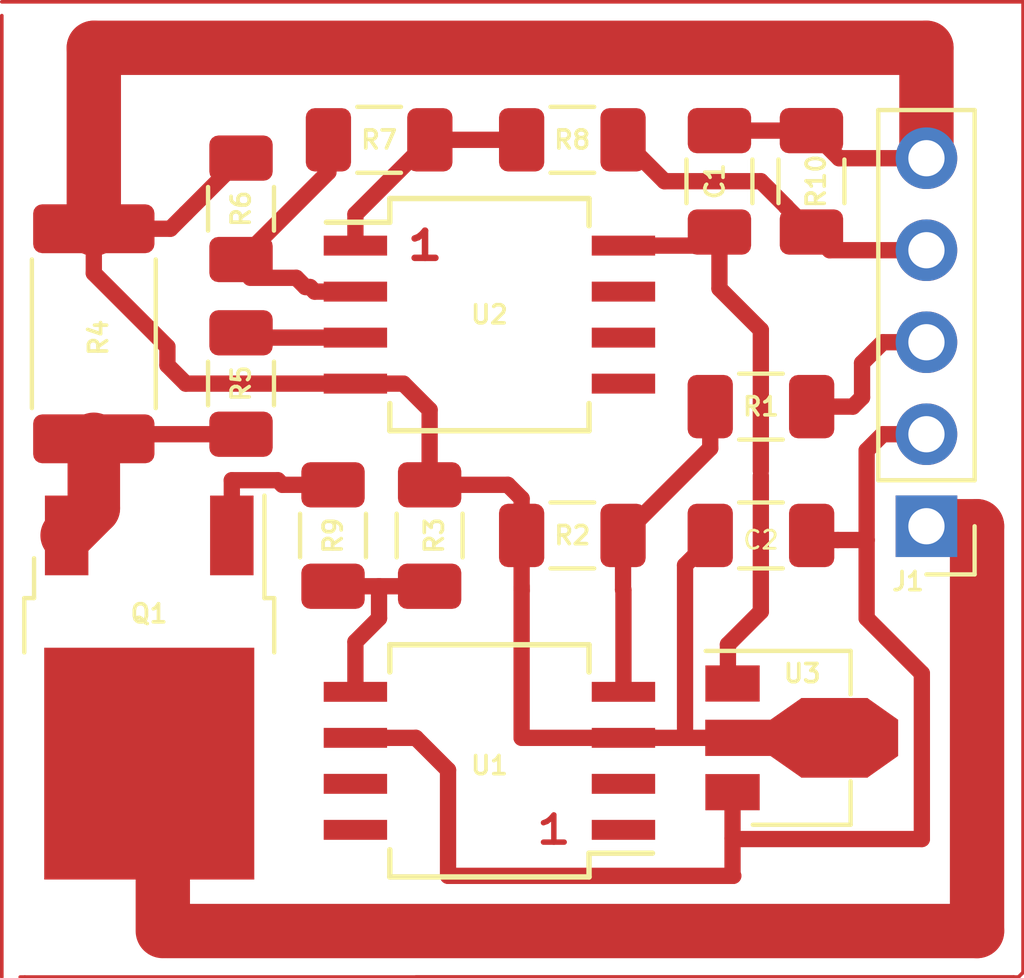
<source format=kicad_pcb>
(kicad_pcb (version 20171130) (host pcbnew 5.1.5+dfsg1-2)

  (general
    (thickness 1.6)
    (drawings 2)
    (tracks 118)
    (zones 0)
    (modules 17)
    (nets 18)
  )

  (page A4)
  (layers
    (0 F.Cu signal)
    (31 B.Cu signal)
    (32 B.Adhes user)
    (33 F.Adhes user)
    (34 B.Paste user)
    (35 F.Paste user)
    (36 B.SilkS user hide)
    (37 F.SilkS user)
    (38 B.Mask user hide)
    (39 F.Mask user hide)
    (40 Dwgs.User user hide)
    (41 Cmts.User user hide)
    (42 Eco1.User user hide)
    (43 Eco2.User user hide)
    (44 Edge.Cuts user hide)
    (45 Margin user hide)
    (46 B.CrtYd user hide)
    (47 F.CrtYd user)
    (48 B.Fab user)
    (49 F.Fab user hide)
  )

  (setup
    (last_trace_width 0.45)
    (trace_clearance 0.2)
    (zone_clearance 0.508)
    (zone_45_only no)
    (trace_min 0.2)
    (via_size 0.8)
    (via_drill 0.4)
    (via_min_size 0.4)
    (via_min_drill 0.3)
    (uvia_size 0.3)
    (uvia_drill 0.1)
    (uvias_allowed no)
    (uvia_min_size 0.2)
    (uvia_min_drill 0.1)
    (edge_width 0.1)
    (segment_width 0.2)
    (pcb_text_width 0.3)
    (pcb_text_size 1.5 1.5)
    (mod_edge_width 0.15)
    (mod_text_size 1 1)
    (mod_text_width 0.15)
    (pad_size 1.5 1.5)
    (pad_drill 0.6)
    (pad_to_mask_clearance 0)
    (solder_mask_min_width 0.25)
    (aux_axis_origin 0 0)
    (visible_elements FFFFFF7F)
    (pcbplotparams
      (layerselection 0x010fc_ffffffff)
      (usegerberextensions false)
      (usegerberattributes false)
      (usegerberadvancedattributes false)
      (creategerberjobfile false)
      (excludeedgelayer true)
      (linewidth 0.100000)
      (plotframeref false)
      (viasonmask false)
      (mode 1)
      (useauxorigin false)
      (hpglpennumber 1)
      (hpglpenspeed 20)
      (hpglpendiameter 15.000000)
      (psnegative false)
      (psa4output false)
      (plotreference true)
      (plotvalue true)
      (plotinvisibletext false)
      (padsonsilk false)
      (subtractmaskfromsilk false)
      (outputformat 1)
      (mirror false)
      (drillshape 1)
      (scaleselection 1)
      (outputdirectory ""))
  )

  (net 0 "")
  (net 1 "Net-(R1-Pad2)")
  (net 2 "Net-(J1-Pad1)")
  (net 3 "Net-(C1-Pad2)")
  (net 4 "Net-(Q1-Pad1)")
  (net 5 "Net-(Q1-Pad3)")
  (net 6 "Net-(R5-Pad1)")
  (net 7 "Net-(R6-Pad1)")
  (net 8 "Net-(C1-Pad1)")
  (net 9 "Net-(J1-Pad3)")
  (net 10 "Net-(U1-Pad1)")
  (net 11 "Net-(U1-Pad8)")
  (net 12 "Net-(R3-Pad1)")
  (net 13 "Net-(U1-Pad2)")
  (net 14 "Net-(U1-Pad7)")
  (net 15 "Net-(R7-Pad1)")
  (net 16 "Net-(J1-Pad4)")
  (net 17 "Net-(C2-Pad1)")

  (net_class Default "Это класс цепей по умолчанию."
    (clearance 0.2)
    (trace_width 0.45)
    (via_dia 0.8)
    (via_drill 0.4)
    (uvia_dia 0.3)
    (uvia_drill 0.1)
    (add_net "Net-(C1-Pad1)")
    (add_net "Net-(C1-Pad2)")
    (add_net "Net-(C2-Pad1)")
    (add_net "Net-(J1-Pad1)")
    (add_net "Net-(J1-Pad3)")
    (add_net "Net-(J1-Pad4)")
    (add_net "Net-(Q1-Pad1)")
    (add_net "Net-(Q1-Pad3)")
    (add_net "Net-(R1-Pad2)")
    (add_net "Net-(R3-Pad1)")
    (add_net "Net-(R5-Pad1)")
    (add_net "Net-(R6-Pad1)")
    (add_net "Net-(R7-Pad1)")
    (add_net "Net-(U1-Pad1)")
    (add_net "Net-(U1-Pad2)")
    (add_net "Net-(U1-Pad7)")
    (add_net "Net-(U1-Pad8)")
  )

  (module Package_SO:SO-8_5.3x6.2mm_P1.27mm (layer F.Cu) (tedit 5A02F2D3) (tstamp 5E26E018)
    (at 187.452 99.822)
    (descr "8-Lead Plastic Small Outline, 5.3x6.2mm Body (http://www.ti.com.cn/cn/lit/ds/symlink/tl7705a.pdf)")
    (tags "SOIC 1.27")
    (path /5E218E12)
    (attr smd)
    (fp_text reference U2 (at 0 0) (layer F.SilkS)
      (effects (font (size 0.5 0.5) (thickness 0.1)))
    )
    (fp_text value MCP602 (at 0 5.334) (layer F.Fab)
      (effects (font (size 0.5 0.5) (thickness 0.1)))
    )
    (fp_line (start -2.75 -2.55) (end -4.5 -2.55) (layer F.SilkS) (width 0.15))
    (fp_line (start -2.75 3.205) (end 2.75 3.205) (layer F.SilkS) (width 0.15))
    (fp_line (start -2.75 -3.205) (end 2.75 -3.205) (layer F.SilkS) (width 0.15))
    (fp_line (start -2.75 3.205) (end -2.75 2.455) (layer F.SilkS) (width 0.15))
    (fp_line (start 2.75 3.205) (end 2.75 2.455) (layer F.SilkS) (width 0.15))
    (fp_line (start 2.75 -3.205) (end 2.75 -2.455) (layer F.SilkS) (width 0.15))
    (fp_line (start -2.75 -3.205) (end -2.75 -2.55) (layer F.SilkS) (width 0.15))
    (fp_line (start -4.83 3.35) (end 4.83 3.35) (layer F.CrtYd) (width 0.05))
    (fp_line (start -4.83 -3.35) (end 4.83 -3.35) (layer F.CrtYd) (width 0.05))
    (fp_line (start 4.83 -3.35) (end 4.83 3.35) (layer F.CrtYd) (width 0.05))
    (fp_line (start -4.83 -3.35) (end -4.83 3.35) (layer F.CrtYd) (width 0.05))
    (fp_line (start -2.65 -2.1) (end -1.65 -3.1) (layer F.Fab) (width 0.15))
    (fp_line (start -2.65 3.1) (end -2.65 -2.1) (layer F.Fab) (width 0.15))
    (fp_line (start 2.65 3.1) (end -2.65 3.1) (layer F.Fab) (width 0.15))
    (fp_line (start 2.65 -3.1) (end 2.65 3.1) (layer F.Fab) (width 0.15))
    (fp_line (start -1.65 -3.1) (end 2.65 -3.1) (layer F.Fab) (width 0.15))
    (fp_text user %R (at 0 0) (layer F.Fab)
      (effects (font (size 0.5 0.5) (thickness 0.1)))
    )
    (pad 8 smd rect (at 3.7 -1.905) (size 1.75 0.55) (layers F.Cu F.Paste F.Mask)
      (net 8 "Net-(C1-Pad1)"))
    (pad 7 smd rect (at 3.7 -0.635) (size 1.75 0.55) (layers F.Cu F.Paste F.Mask))
    (pad 6 smd rect (at 3.7 0.635) (size 1.75 0.55) (layers F.Cu F.Paste F.Mask))
    (pad 5 smd rect (at 3.7 1.905) (size 1.75 0.55) (layers F.Cu F.Paste F.Mask))
    (pad 4 smd rect (at -3.7 1.905) (size 1.75 0.55) (layers F.Cu F.Paste F.Mask)
      (net 3 "Net-(C1-Pad2)"))
    (pad 3 smd rect (at -3.7 0.635) (size 1.75 0.55) (layers F.Cu F.Paste F.Mask)
      (net 6 "Net-(R5-Pad1)"))
    (pad 2 smd rect (at -3.7 -0.635) (size 1.75 0.55) (layers F.Cu F.Paste F.Mask)
      (net 7 "Net-(R6-Pad1)"))
    (pad 1 smd rect (at -3.7 -1.905) (size 1.75 0.55) (layers F.Cu F.Paste F.Mask)
      (net 15 "Net-(R7-Pad1)"))
    (model ${KISYS3DMOD}/Package_SO.3dshapes/SO-8_5.3x6.2mm_P1.27mm.wrl
      (at (xyz 0 0 0))
      (scale (xyz 1 1 1))
      (rotate (xyz 0 0 0))
    )
  )

  (module Resistor_SMD:R_1206_3216Metric (layer F.Cu) (tedit 5B301BBD) (tstamp 5E20306F)
    (at 196.342 96.142 270)
    (descr "Resistor SMD 1206 (3216 Metric), square (rectangular) end terminal, IPC_7351 nominal, (Body size source: http://www.tortai-tech.com/upload/download/2011102023233369053.pdf), generated with kicad-footprint-generator")
    (tags resistor)
    (path /5E207BE5)
    (attr smd)
    (fp_text reference R10 (at 0 -0.127 270) (layer F.SilkS)
      (effects (font (size 0.5 0.5) (thickness 0.1)))
    )
    (fp_text value R (at 0 1.82 270) (layer F.Fab)
      (effects (font (size 0.5 0.5) (thickness 0.1)))
    )
    (fp_line (start -1.6 0.8) (end -1.6 -0.8) (layer F.Fab) (width 0.1))
    (fp_line (start -1.6 -0.8) (end 1.6 -0.8) (layer F.Fab) (width 0.1))
    (fp_line (start 1.6 -0.8) (end 1.6 0.8) (layer F.Fab) (width 0.1))
    (fp_line (start 1.6 0.8) (end -1.6 0.8) (layer F.Fab) (width 0.1))
    (fp_line (start -0.602064 -0.91) (end 0.602064 -0.91) (layer F.SilkS) (width 0.12))
    (fp_line (start -0.602064 0.91) (end 0.602064 0.91) (layer F.SilkS) (width 0.12))
    (fp_line (start -2.28 1.12) (end -2.28 -1.12) (layer F.CrtYd) (width 0.05))
    (fp_line (start -2.28 -1.12) (end 2.28 -1.12) (layer F.CrtYd) (width 0.05))
    (fp_line (start 2.28 -1.12) (end 2.28 1.12) (layer F.CrtYd) (width 0.05))
    (fp_line (start 2.28 1.12) (end -2.28 1.12) (layer F.CrtYd) (width 0.05))
    (fp_text user %R (at 0 0 270) (layer F.Fab)
      (effects (font (size 0.8 0.8) (thickness 0.12)))
    )
    (pad 1 smd roundrect (at -1.4 0 270) (size 1.25 1.75) (layers F.Cu F.Paste F.Mask) (roundrect_rratio 0.2)
      (net 3 "Net-(C1-Pad2)"))
    (pad 2 smd roundrect (at 1.4 0 270) (size 1.25 1.75) (layers F.Cu F.Paste F.Mask) (roundrect_rratio 0.2)
      (net 16 "Net-(J1-Pad4)"))
    (model ${KISYS3DMOD}/Resistor_SMD.3dshapes/R_1206_3216Metric.wrl
      (at (xyz 0 0 0))
      (scale (xyz 1 1 1))
      (rotate (xyz 0 0 0))
    )
  )

  (module Package_SO:SO-8_5.3x6.2mm_P1.27mm (layer F.Cu) (tedit 5A02F2D3) (tstamp 5E273593)
    (at 187.452 112.141 180)
    (descr "8-Lead Plastic Small Outline, 5.3x6.2mm Body (http://www.ti.com.cn/cn/lit/ds/symlink/tl7705a.pdf)")
    (tags "SOIC 1.27")
    (path /5E25793B)
    (attr smd)
    (fp_text reference U1 (at 0 -0.127 180) (layer F.SilkS)
      (effects (font (size 0.5 0.5) (thickness 0.1)))
    )
    (fp_text value IR4427 (at 0 4.13 180) (layer F.Fab)
      (effects (font (size 0.5 0.5) (thickness 0.1)))
    )
    (fp_text user %R (at 0 0 180) (layer F.Fab)
      (effects (font (size 0.5 0.5) (thickness 0.1)))
    )
    (fp_line (start -1.65 -3.1) (end 2.65 -3.1) (layer F.Fab) (width 0.15))
    (fp_line (start 2.65 -3.1) (end 2.65 3.1) (layer F.Fab) (width 0.15))
    (fp_line (start 2.65 3.1) (end -2.65 3.1) (layer F.Fab) (width 0.15))
    (fp_line (start -2.65 3.1) (end -2.65 -2.1) (layer F.Fab) (width 0.15))
    (fp_line (start -2.65 -2.1) (end -1.65 -3.1) (layer F.Fab) (width 0.15))
    (fp_line (start -4.83 -3.35) (end -4.83 3.35) (layer F.CrtYd) (width 0.05))
    (fp_line (start 4.83 -3.35) (end 4.83 3.35) (layer F.CrtYd) (width 0.05))
    (fp_line (start -4.83 -3.35) (end 4.83 -3.35) (layer F.CrtYd) (width 0.05))
    (fp_line (start -4.83 3.35) (end 4.83 3.35) (layer F.CrtYd) (width 0.05))
    (fp_line (start -2.75 -3.205) (end -2.75 -2.55) (layer F.SilkS) (width 0.15))
    (fp_line (start 2.75 -3.205) (end 2.75 -2.455) (layer F.SilkS) (width 0.15))
    (fp_line (start 2.75 3.205) (end 2.75 2.455) (layer F.SilkS) (width 0.15))
    (fp_line (start -2.75 3.205) (end -2.75 2.455) (layer F.SilkS) (width 0.15))
    (fp_line (start -2.75 -3.205) (end 2.75 -3.205) (layer F.SilkS) (width 0.15))
    (fp_line (start -2.75 3.205) (end 2.75 3.205) (layer F.SilkS) (width 0.15))
    (fp_line (start -2.75 -2.55) (end -4.5 -2.55) (layer F.SilkS) (width 0.15))
    (pad 1 smd rect (at -3.7 -1.905 180) (size 1.75 0.55) (layers F.Cu F.Paste F.Mask)
      (net 10 "Net-(U1-Pad1)"))
    (pad 2 smd rect (at -3.7 -0.635 180) (size 1.75 0.55) (layers F.Cu F.Paste F.Mask)
      (net 13 "Net-(U1-Pad2)"))
    (pad 3 smd rect (at -3.7 0.635 180) (size 1.75 0.55) (layers F.Cu F.Paste F.Mask)
      (net 3 "Net-(C1-Pad2)"))
    (pad 4 smd rect (at -3.7 1.905 180) (size 1.75 0.55) (layers F.Cu F.Paste F.Mask)
      (net 1 "Net-(R1-Pad2)"))
    (pad 5 smd rect (at 3.7 1.905 180) (size 1.75 0.55) (layers F.Cu F.Paste F.Mask)
      (net 12 "Net-(R3-Pad1)"))
    (pad 6 smd rect (at 3.7 0.635 180) (size 1.75 0.55) (layers F.Cu F.Paste F.Mask)
      (net 17 "Net-(C2-Pad1)"))
    (pad 7 smd rect (at 3.7 -0.635 180) (size 1.75 0.55) (layers F.Cu F.Paste F.Mask)
      (net 14 "Net-(U1-Pad7)"))
    (pad 8 smd rect (at 3.7 -1.905 180) (size 1.75 0.55) (layers F.Cu F.Paste F.Mask)
      (net 11 "Net-(U1-Pad8)"))
    (model ${KISYS3DMOD}/Package_SO.3dshapes/SO-8_5.3x6.2mm_P1.27mm.wrl
      (at (xyz 0 0 0))
      (scale (xyz 1 1 1))
      (rotate (xyz 0 0 0))
    )
  )

  (module Package_TO_SOT_SMD:TO-252-2 (layer F.Cu) (tedit 5A70A390) (tstamp 5E270BBB)
    (at 178.06 110.118 270)
    (descr "TO-252 / DPAK SMD package, http://www.infineon.com/cms/en/product/packages/PG-TO252/PG-TO252-3-1/")
    (tags "DPAK TO-252 DPAK-3 TO-252-3 SOT-428")
    (path /5E1FFB74)
    (attr smd)
    (fp_text reference Q1 (at -2.041 0.006) (layer F.SilkS)
      (effects (font (size 0.5 0.5) (thickness 0.1)))
    )
    (fp_text value Q_NMOS_GDS (at 0 4.5 270) (layer F.Fab)
      (effects (font (size 0.5 0.5) (thickness 0.1)))
    )
    (fp_line (start 3.95 -2.7) (end 4.95 -2.7) (layer F.Fab) (width 0.1))
    (fp_line (start 4.95 -2.7) (end 4.95 2.7) (layer F.Fab) (width 0.1))
    (fp_line (start 4.95 2.7) (end 3.95 2.7) (layer F.Fab) (width 0.1))
    (fp_line (start 3.95 -3.25) (end 3.95 3.25) (layer F.Fab) (width 0.1))
    (fp_line (start 3.95 3.25) (end -2.27 3.25) (layer F.Fab) (width 0.1))
    (fp_line (start -2.27 3.25) (end -2.27 -2.25) (layer F.Fab) (width 0.1))
    (fp_line (start -2.27 -2.25) (end -1.27 -3.25) (layer F.Fab) (width 0.1))
    (fp_line (start -1.27 -3.25) (end 3.95 -3.25) (layer F.Fab) (width 0.1))
    (fp_line (start -1.865 -2.655) (end -4.97 -2.655) (layer F.Fab) (width 0.1))
    (fp_line (start -4.97 -2.655) (end -4.97 -1.905) (layer F.Fab) (width 0.1))
    (fp_line (start -4.97 -1.905) (end -2.27 -1.905) (layer F.Fab) (width 0.1))
    (fp_line (start -2.27 1.905) (end -4.97 1.905) (layer F.Fab) (width 0.1))
    (fp_line (start -4.97 1.905) (end -4.97 2.655) (layer F.Fab) (width 0.1))
    (fp_line (start -4.97 2.655) (end -2.27 2.655) (layer F.Fab) (width 0.1))
    (fp_line (start -0.97 -3.45) (end -2.47 -3.45) (layer F.SilkS) (width 0.12))
    (fp_line (start -2.47 -3.45) (end -2.47 -3.18) (layer F.SilkS) (width 0.12))
    (fp_line (start -2.47 -3.18) (end -5.3 -3.18) (layer F.SilkS) (width 0.12))
    (fp_line (start -0.97 3.45) (end -2.47 3.45) (layer F.SilkS) (width 0.12))
    (fp_line (start -2.47 3.45) (end -2.47 3.18) (layer F.SilkS) (width 0.12))
    (fp_line (start -2.47 3.18) (end -3.57 3.18) (layer F.SilkS) (width 0.12))
    (fp_line (start -5.55 -3.5) (end -5.55 3.5) (layer F.CrtYd) (width 0.05))
    (fp_line (start -5.55 3.5) (end 5.55 3.5) (layer F.CrtYd) (width 0.05))
    (fp_line (start 5.55 3.5) (end 5.55 -3.5) (layer F.CrtYd) (width 0.05))
    (fp_line (start 5.55 -3.5) (end -5.55 -3.5) (layer F.CrtYd) (width 0.05))
    (fp_text user %R (at 0 0 270) (layer F.Fab)
      (effects (font (size 0.5 0.5) (thickness 0.1)))
    )
    (pad 1 smd rect (at -4.2 -2.28 270) (size 2.2 1.2) (layers F.Cu F.Paste F.Mask)
      (net 4 "Net-(Q1-Pad1)"))
    (pad 3 smd rect (at -4.2 2.28 270) (size 2.2 1.2) (layers F.Cu F.Paste F.Mask)
      (net 5 "Net-(Q1-Pad3)"))
    (pad 2 smd rect (at 2.1 0 270) (size 6.4 5.8) (layers F.Cu F.Mask)
      (net 2 "Net-(J1-Pad1)"))
    (pad "" smd rect (at 3.775 1.525 270) (size 3.05 2.75) (layers F.Paste))
    (pad "" smd rect (at 0.425 -1.525 270) (size 3.05 2.75) (layers F.Paste))
    (pad "" smd rect (at 3.775 -1.525 270) (size 3.05 2.75) (layers F.Paste))
    (pad "" smd rect (at 0.425 1.525 270) (size 3.05 2.75) (layers F.Paste))
    (model ${KISYS3DMOD}/Package_TO_SOT_SMD.3dshapes/TO-252-2.wrl
      (at (xyz 0 0 0))
      (scale (xyz 1 1 1))
      (rotate (xyz 0 0 0))
    )
  )

  (module Resistor_SMD:R_1206_3216Metric (layer F.Cu) (tedit 5B301BBD) (tstamp 5E26DFAB)
    (at 180.594 96.901 90)
    (descr "Resistor SMD 1206 (3216 Metric), square (rectangular) end terminal, IPC_7351 nominal, (Body size source: http://www.tortai-tech.com/upload/download/2011102023233369053.pdf), generated with kicad-footprint-generator")
    (tags resistor)
    (path /5E1FDE00)
    (attr smd)
    (fp_text reference R6 (at 0 0 90) (layer F.SilkS)
      (effects (font (size 0.5 0.5) (thickness 0.1)))
    )
    (fp_text value R (at 0.384 0 90) (layer F.Fab)
      (effects (font (size 0.5 0.5) (thickness 0.1)))
    )
    (fp_line (start -1.6 0.8) (end -1.6 -0.8) (layer F.Fab) (width 0.1))
    (fp_line (start -1.6 -0.8) (end 1.6 -0.8) (layer F.Fab) (width 0.1))
    (fp_line (start 1.6 -0.8) (end 1.6 0.8) (layer F.Fab) (width 0.1))
    (fp_line (start 1.6 0.8) (end -1.6 0.8) (layer F.Fab) (width 0.1))
    (fp_line (start -0.602064 -0.91) (end 0.602064 -0.91) (layer F.SilkS) (width 0.12))
    (fp_line (start -0.602064 0.91) (end 0.602064 0.91) (layer F.SilkS) (width 0.12))
    (fp_line (start -2.28 1.12) (end -2.28 -1.12) (layer F.CrtYd) (width 0.05))
    (fp_line (start -2.28 -1.12) (end 2.28 -1.12) (layer F.CrtYd) (width 0.05))
    (fp_line (start 2.28 -1.12) (end 2.28 1.12) (layer F.CrtYd) (width 0.05))
    (fp_line (start 2.28 1.12) (end -2.28 1.12) (layer F.CrtYd) (width 0.05))
    (fp_text user %R (at 0 0 90) (layer F.Fab)
      (effects (font (size 0.8 0.8) (thickness 0.12)))
    )
    (pad 1 smd roundrect (at -1.4 0 90) (size 1.25 1.75) (layers F.Cu F.Paste F.Mask) (roundrect_rratio 0.2)
      (net 7 "Net-(R6-Pad1)"))
    (pad 2 smd roundrect (at 1.4 0 90) (size 1.25 1.75) (layers F.Cu F.Paste F.Mask) (roundrect_rratio 0.2)
      (net 3 "Net-(C1-Pad2)"))
    (model ${KISYS3DMOD}/Resistor_SMD.3dshapes/R_1206_3216Metric.wrl
      (at (xyz 0 0 0))
      (scale (xyz 1 1 1))
      (rotate (xyz 0 0 0))
    )
  )

  (module Resistor_SMD:R_1206_3216Metric (layer F.Cu) (tedit 5E1FA4B3) (tstamp 5E26DFBC)
    (at 184.407 94.996 180)
    (descr "Resistor SMD 1206 (3216 Metric), square (rectangular) end terminal, IPC_7351 nominal, (Body size source: http://www.tortai-tech.com/upload/download/2011102023233369053.pdf), generated with kicad-footprint-generator")
    (tags resistor)
    (path /5E1FDD95)
    (attr smd)
    (fp_text reference R7 (at 0 0 180) (layer F.SilkS)
      (effects (font (size 0.5 0.5) (thickness 0.1)))
    )
    (fp_text value R (at 0 1.82 180) (layer F.Fab)
      (effects (font (size 0.5 0.5) (thickness 0.1)))
    )
    (fp_line (start -1.6 0.8) (end -1.6 -0.8) (layer F.Fab) (width 0.1))
    (fp_line (start -1.6 -0.8) (end 1.6 -0.8) (layer F.Fab) (width 0.1))
    (fp_line (start 1.6 -0.8) (end 1.6 0.8) (layer F.Fab) (width 0.1))
    (fp_line (start 1.6 0.8) (end -1.6 0.8) (layer F.Fab) (width 0.1))
    (fp_line (start -0.602064 -0.91) (end 0.602064 -0.91) (layer F.SilkS) (width 0.12))
    (fp_line (start -0.602064 0.91) (end 0.602064 0.91) (layer F.SilkS) (width 0.12))
    (fp_line (start -2.28 1.12) (end -2.28 -1.12) (layer F.CrtYd) (width 0.05))
    (fp_line (start -2.28 -1.12) (end 2.28 -1.12) (layer F.CrtYd) (width 0.05))
    (fp_line (start 2.28 -1.12) (end 2.28 1.12) (layer F.CrtYd) (width 0.05))
    (fp_line (start 2.28 1.12) (end -2.28 1.12) (layer F.CrtYd) (width 0.05))
    (fp_text user %R (at 0 0 180) (layer F.Fab)
      (effects (font (size 0.8 0.8) (thickness 0.12)))
    )
    (pad 1 smd roundrect (at -1.4 0 180) (size 1.25 1.75) (layers F.Cu F.Paste F.Mask) (roundrect_rratio 0.2)
      (net 15 "Net-(R7-Pad1)"))
    (pad 2 smd roundrect (at 1.4 0 180) (size 1.25 1.75) (layers F.Cu F.Paste F.Mask) (roundrect_rratio 0.2)
      (net 7 "Net-(R6-Pad1)"))
    (model ${KISYS3DMOD}/Resistor_SMD.3dshapes/R_1206_3216Metric.wrl
      (at (xyz 0 0 0))
      (scale (xyz 1 1 1))
      (rotate (xyz 0 0 0))
    )
  )

  (module Resistor_SMD:R_1206_3216Metric (layer F.Cu) (tedit 5B301BBD) (tstamp 5E26F993)
    (at 180.594 101.724 270)
    (descr "Resistor SMD 1206 (3216 Metric), square (rectangular) end terminal, IPC_7351 nominal, (Body size source: http://www.tortai-tech.com/upload/download/2011102023233369053.pdf), generated with kicad-footprint-generator")
    (tags resistor)
    (path /5E1FDD2E)
    (attr smd)
    (fp_text reference R5 (at 0 0 270) (layer F.SilkS)
      (effects (font (size 0.5 0.5) (thickness 0.1)))
    )
    (fp_text value R (at 0 1.82 270) (layer F.Fab)
      (effects (font (size 0.5 0.5) (thickness 0.1)))
    )
    (fp_line (start -1.6 0.8) (end -1.6 -0.8) (layer F.Fab) (width 0.1))
    (fp_line (start -1.6 -0.8) (end 1.6 -0.8) (layer F.Fab) (width 0.1))
    (fp_line (start 1.6 -0.8) (end 1.6 0.8) (layer F.Fab) (width 0.1))
    (fp_line (start 1.6 0.8) (end -1.6 0.8) (layer F.Fab) (width 0.1))
    (fp_line (start -0.602064 -0.91) (end 0.602064 -0.91) (layer F.SilkS) (width 0.12))
    (fp_line (start -0.602064 0.91) (end 0.602064 0.91) (layer F.SilkS) (width 0.12))
    (fp_line (start -2.28 1.12) (end -2.28 -1.12) (layer F.CrtYd) (width 0.05))
    (fp_line (start -2.28 -1.12) (end 2.28 -1.12) (layer F.CrtYd) (width 0.05))
    (fp_line (start 2.28 -1.12) (end 2.28 1.12) (layer F.CrtYd) (width 0.05))
    (fp_line (start 2.28 1.12) (end -2.28 1.12) (layer F.CrtYd) (width 0.05))
    (fp_text user %R (at 0 0 270) (layer F.Fab)
      (effects (font (size 0.8 0.8) (thickness 0.12)))
    )
    (pad 1 smd roundrect (at -1.4 0 270) (size 1.25 1.75) (layers F.Cu F.Paste F.Mask) (roundrect_rratio 0.2)
      (net 6 "Net-(R5-Pad1)"))
    (pad 2 smd roundrect (at 1.4 0 270) (size 1.25 1.75) (layers F.Cu F.Paste F.Mask) (roundrect_rratio 0.2)
      (net 5 "Net-(Q1-Pad3)"))
    (model ${KISYS3DMOD}/Resistor_SMD.3dshapes/R_1206_3216Metric.wrl
      (at (xyz 0 0 0))
      (scale (xyz 1 1 1))
      (rotate (xyz 0 0 0))
    )
  )

  (module Resistor_SMD:R_1206_3216Metric (layer F.Cu) (tedit 5B301BBD) (tstamp 5E270BCC)
    (at 194.948 102.362 180)
    (descr "Resistor SMD 1206 (3216 Metric), square (rectangular) end terminal, IPC_7351 nominal, (Body size source: http://www.tortai-tech.com/upload/download/2011102023233369053.pdf), generated with kicad-footprint-generator")
    (tags resistor)
    (path /5E1FF469)
    (attr smd)
    (fp_text reference R1 (at 0 0 180) (layer F.SilkS)
      (effects (font (size 0.5 0.5) (thickness 0.1)))
    )
    (fp_text value R (at 0 1.82 180) (layer F.Fab)
      (effects (font (size 0.5 0.5) (thickness 0.1)))
    )
    (fp_line (start -1.6 0.8) (end -1.6 -0.8) (layer F.Fab) (width 0.1))
    (fp_line (start -1.6 -0.8) (end 1.6 -0.8) (layer F.Fab) (width 0.1))
    (fp_line (start 1.6 -0.8) (end 1.6 0.8) (layer F.Fab) (width 0.1))
    (fp_line (start 1.6 0.8) (end -1.6 0.8) (layer F.Fab) (width 0.1))
    (fp_line (start -0.602064 -0.91) (end 0.602064 -0.91) (layer F.SilkS) (width 0.12))
    (fp_line (start -0.602064 0.91) (end 0.602064 0.91) (layer F.SilkS) (width 0.12))
    (fp_line (start -2.28 1.12) (end -2.28 -1.12) (layer F.CrtYd) (width 0.05))
    (fp_line (start -2.28 -1.12) (end 2.28 -1.12) (layer F.CrtYd) (width 0.05))
    (fp_line (start 2.28 -1.12) (end 2.28 1.12) (layer F.CrtYd) (width 0.05))
    (fp_line (start 2.28 1.12) (end -2.28 1.12) (layer F.CrtYd) (width 0.05))
    (fp_text user %R (at 0 0 180) (layer F.Fab)
      (effects (font (size 0.8 0.8) (thickness 0.12)))
    )
    (pad 1 smd roundrect (at -1.4 0 180) (size 1.25 1.75) (layers F.Cu F.Paste F.Mask) (roundrect_rratio 0.2)
      (net 9 "Net-(J1-Pad3)"))
    (pad 2 smd roundrect (at 1.4 0 180) (size 1.25 1.75) (layers F.Cu F.Paste F.Mask) (roundrect_rratio 0.2)
      (net 1 "Net-(R1-Pad2)"))
    (model ${KISYS3DMOD}/Resistor_SMD.3dshapes/R_1206_3216Metric.wrl
      (at (xyz 0 0 0))
      (scale (xyz 1 1 1))
      (rotate (xyz 0 0 0))
    )
  )

  (module Resistor_SMD:R_1206_3216Metric (layer F.Cu) (tedit 5B301BBD) (tstamp 5E270BDD)
    (at 189.741 105.918 180)
    (descr "Resistor SMD 1206 (3216 Metric), square (rectangular) end terminal, IPC_7351 nominal, (Body size source: http://www.tortai-tech.com/upload/download/2011102023233369053.pdf), generated with kicad-footprint-generator")
    (tags resistor)
    (path /5E1FA76B)
    (attr smd)
    (fp_text reference R2 (at 0 0 180) (layer F.SilkS)
      (effects (font (size 0.5 0.5) (thickness 0.1)))
    )
    (fp_text value R (at 0 1.82 180) (layer F.Fab)
      (effects (font (size 0.5 0.5) (thickness 0.1)))
    )
    (fp_line (start -1.6 0.8) (end -1.6 -0.8) (layer F.Fab) (width 0.1))
    (fp_line (start -1.6 -0.8) (end 1.6 -0.8) (layer F.Fab) (width 0.1))
    (fp_line (start 1.6 -0.8) (end 1.6 0.8) (layer F.Fab) (width 0.1))
    (fp_line (start 1.6 0.8) (end -1.6 0.8) (layer F.Fab) (width 0.1))
    (fp_line (start -0.602064 -0.91) (end 0.602064 -0.91) (layer F.SilkS) (width 0.12))
    (fp_line (start -0.602064 0.91) (end 0.602064 0.91) (layer F.SilkS) (width 0.12))
    (fp_line (start -2.28 1.12) (end -2.28 -1.12) (layer F.CrtYd) (width 0.05))
    (fp_line (start -2.28 -1.12) (end 2.28 -1.12) (layer F.CrtYd) (width 0.05))
    (fp_line (start 2.28 -1.12) (end 2.28 1.12) (layer F.CrtYd) (width 0.05))
    (fp_line (start 2.28 1.12) (end -2.28 1.12) (layer F.CrtYd) (width 0.05))
    (fp_text user %R (at 0 0 180) (layer F.Fab)
      (effects (font (size 0.8 0.8) (thickness 0.12)))
    )
    (pad 1 smd roundrect (at -1.4 0 180) (size 1.25 1.75) (layers F.Cu F.Paste F.Mask) (roundrect_rratio 0.2)
      (net 1 "Net-(R1-Pad2)"))
    (pad 2 smd roundrect (at 1.4 0 180) (size 1.25 1.75) (layers F.Cu F.Paste F.Mask) (roundrect_rratio 0.2)
      (net 3 "Net-(C1-Pad2)"))
    (model ${KISYS3DMOD}/Resistor_SMD.3dshapes/R_1206_3216Metric.wrl
      (at (xyz 0 0 0))
      (scale (xyz 1 1 1))
      (rotate (xyz 0 0 0))
    )
  )

  (module Resistor_SMD:R_1206_3216Metric (layer F.Cu) (tedit 5B301BBD) (tstamp 5E270BEE)
    (at 185.801 105.921 90)
    (descr "Resistor SMD 1206 (3216 Metric), square (rectangular) end terminal, IPC_7351 nominal, (Body size source: http://www.tortai-tech.com/upload/download/2011102023233369053.pdf), generated with kicad-footprint-generator")
    (tags resistor)
    (path /5E1FA807)
    (attr smd)
    (fp_text reference R3 (at 0 0.127 90) (layer F.SilkS)
      (effects (font (size 0.5 0.5) (thickness 0.1)))
    )
    (fp_text value R (at 0 1.82 90) (layer F.Fab)
      (effects (font (size 0.5 0.5) (thickness 0.1)))
    )
    (fp_text user %R (at 0 0 90) (layer F.Fab)
      (effects (font (size 0.8 0.8) (thickness 0.12)))
    )
    (fp_line (start 2.28 1.12) (end -2.28 1.12) (layer F.CrtYd) (width 0.05))
    (fp_line (start 2.28 -1.12) (end 2.28 1.12) (layer F.CrtYd) (width 0.05))
    (fp_line (start -2.28 -1.12) (end 2.28 -1.12) (layer F.CrtYd) (width 0.05))
    (fp_line (start -2.28 1.12) (end -2.28 -1.12) (layer F.CrtYd) (width 0.05))
    (fp_line (start -0.602064 0.91) (end 0.602064 0.91) (layer F.SilkS) (width 0.12))
    (fp_line (start -0.602064 -0.91) (end 0.602064 -0.91) (layer F.SilkS) (width 0.12))
    (fp_line (start 1.6 0.8) (end -1.6 0.8) (layer F.Fab) (width 0.1))
    (fp_line (start 1.6 -0.8) (end 1.6 0.8) (layer F.Fab) (width 0.1))
    (fp_line (start -1.6 -0.8) (end 1.6 -0.8) (layer F.Fab) (width 0.1))
    (fp_line (start -1.6 0.8) (end -1.6 -0.8) (layer F.Fab) (width 0.1))
    (pad 2 smd roundrect (at 1.4 0 90) (size 1.25 1.75) (layers F.Cu F.Paste F.Mask) (roundrect_rratio 0.2)
      (net 3 "Net-(C1-Pad2)"))
    (pad 1 smd roundrect (at -1.4 0 90) (size 1.25 1.75) (layers F.Cu F.Paste F.Mask) (roundrect_rratio 0.2)
      (net 12 "Net-(R3-Pad1)"))
    (model ${KISYS3DMOD}/Resistor_SMD.3dshapes/R_1206_3216Metric.wrl
      (at (xyz 0 0 0))
      (scale (xyz 1 1 1))
      (rotate (xyz 0 0 0))
    )
  )

  (module Resistor_SMD:R_2512_6332Metric (layer F.Cu) (tedit 5B301BBD) (tstamp 5E2712D5)
    (at 176.53 100.351 270)
    (descr "Resistor SMD 2512 (6332 Metric), square (rectangular) end terminal, IPC_7351 nominal, (Body size source: http://www.tortai-tech.com/upload/download/2011102023233369053.pdf), generated with kicad-footprint-generator")
    (tags resistor)
    (path /5E1FDE89)
    (attr smd)
    (fp_text reference R4 (at 0.106 -0.127 270) (layer F.SilkS)
      (effects (font (size 0.5 0.5) (thickness 0.1)))
    )
    (fp_text value R (at 0 2.62 270) (layer F.Fab)
      (effects (font (size 0.5 0.5) (thickness 0.1)))
    )
    (fp_line (start -3.15 1.6) (end -3.15 -1.6) (layer F.Fab) (width 0.1))
    (fp_line (start -3.15 -1.6) (end 3.15 -1.6) (layer F.Fab) (width 0.1))
    (fp_line (start 3.15 -1.6) (end 3.15 1.6) (layer F.Fab) (width 0.1))
    (fp_line (start 3.15 1.6) (end -3.15 1.6) (layer F.Fab) (width 0.1))
    (fp_line (start -2.052064 -1.71) (end 2.052064 -1.71) (layer F.SilkS) (width 0.12))
    (fp_line (start -2.052064 1.71) (end 2.052064 1.71) (layer F.SilkS) (width 0.12))
    (fp_line (start -3.82 1.92) (end -3.82 -1.92) (layer F.CrtYd) (width 0.05))
    (fp_line (start -3.82 -1.92) (end 3.82 -1.92) (layer F.CrtYd) (width 0.05))
    (fp_line (start 3.82 -1.92) (end 3.82 1.92) (layer F.CrtYd) (width 0.05))
    (fp_line (start 3.82 1.92) (end -3.82 1.92) (layer F.CrtYd) (width 0.05))
    (fp_text user %R (at 0 0 270) (layer F.Fab)
      (effects (font (size 0.5 0.5) (thickness 0.1)))
    )
    (pad 1 smd roundrect (at -2.9 0 270) (size 1.35 3.35) (layers F.Cu F.Paste F.Mask) (roundrect_rratio 0.185185)
      (net 3 "Net-(C1-Pad2)"))
    (pad 2 smd roundrect (at 2.9 0 270) (size 1.35 3.35) (layers F.Cu F.Paste F.Mask) (roundrect_rratio 0.185185)
      (net 5 "Net-(Q1-Pad3)"))
    (model ${KISYS3DMOD}/Resistor_SMD.3dshapes/R_2512_6332Metric.wrl
      (at (xyz 0 0 0))
      (scale (xyz 1 1 1))
      (rotate (xyz 0 0 0))
    )
  )

  (module Resistor_SMD:R_1206_3216Metric (layer F.Cu) (tedit 5B301BBD) (tstamp 5E273576)
    (at 183.134 105.921 270)
    (descr "Resistor SMD 1206 (3216 Metric), square (rectangular) end terminal, IPC_7351 nominal, (Body size source: http://www.tortai-tech.com/upload/download/2011102023233369053.pdf), generated with kicad-footprint-generator")
    (tags resistor)
    (path /5E204094)
    (attr smd)
    (fp_text reference R9 (at 0 0 270) (layer F.SilkS)
      (effects (font (size 0.5 0.5) (thickness 0.1)))
    )
    (fp_text value R (at 0 1.82 270) (layer F.Fab)
      (effects (font (size 0.5 0.5) (thickness 0.1)))
    )
    (fp_line (start -1.6 0.8) (end -1.6 -0.8) (layer F.Fab) (width 0.1))
    (fp_line (start -1.6 -0.8) (end 1.6 -0.8) (layer F.Fab) (width 0.1))
    (fp_line (start 1.6 -0.8) (end 1.6 0.8) (layer F.Fab) (width 0.1))
    (fp_line (start 1.6 0.8) (end -1.6 0.8) (layer F.Fab) (width 0.1))
    (fp_line (start -0.602064 -0.91) (end 0.602064 -0.91) (layer F.SilkS) (width 0.12))
    (fp_line (start -0.602064 0.91) (end 0.602064 0.91) (layer F.SilkS) (width 0.12))
    (fp_line (start -2.28 1.12) (end -2.28 -1.12) (layer F.CrtYd) (width 0.05))
    (fp_line (start -2.28 -1.12) (end 2.28 -1.12) (layer F.CrtYd) (width 0.05))
    (fp_line (start 2.28 -1.12) (end 2.28 1.12) (layer F.CrtYd) (width 0.05))
    (fp_line (start 2.28 1.12) (end -2.28 1.12) (layer F.CrtYd) (width 0.05))
    (fp_text user %R (at 0 0 270) (layer F.Fab)
      (effects (font (size 0.8 0.8) (thickness 0.12)))
    )
    (pad 1 smd roundrect (at -1.4 0 270) (size 1.25 1.75) (layers F.Cu F.Paste F.Mask) (roundrect_rratio 0.2)
      (net 4 "Net-(Q1-Pad1)"))
    (pad 2 smd roundrect (at 1.4 0 270) (size 1.25 1.75) (layers F.Cu F.Paste F.Mask) (roundrect_rratio 0.2)
      (net 12 "Net-(R3-Pad1)"))
    (model ${KISYS3DMOD}/Resistor_SMD.3dshapes/R_1206_3216Metric.wrl
      (at (xyz 0 0 0))
      (scale (xyz 1 1 1))
      (rotate (xyz 0 0 0))
    )
  )

  (module Resistor_SMD:R_1206_3216Metric (layer F.Cu) (tedit 5B301BBD) (tstamp 5E20305E)
    (at 189.741 94.996 180)
    (descr "Resistor SMD 1206 (3216 Metric), square (rectangular) end terminal, IPC_7351 nominal, (Body size source: http://www.tortai-tech.com/upload/download/2011102023233369053.pdf), generated with kicad-footprint-generator")
    (tags resistor)
    (path /5E207B77)
    (attr smd)
    (fp_text reference R8 (at 0.003 0 180) (layer F.SilkS)
      (effects (font (size 0.5 0.5) (thickness 0.1)))
    )
    (fp_text value R (at 0 1.82 180) (layer F.Fab)
      (effects (font (size 0.5 0.5) (thickness 0.1)))
    )
    (fp_text user %R (at 0 0 180) (layer F.Fab)
      (effects (font (size 0.8 0.8) (thickness 0.12)))
    )
    (fp_line (start 2.28 1.12) (end -2.28 1.12) (layer F.CrtYd) (width 0.05))
    (fp_line (start 2.28 -1.12) (end 2.28 1.12) (layer F.CrtYd) (width 0.05))
    (fp_line (start -2.28 -1.12) (end 2.28 -1.12) (layer F.CrtYd) (width 0.05))
    (fp_line (start -2.28 1.12) (end -2.28 -1.12) (layer F.CrtYd) (width 0.05))
    (fp_line (start -0.602064 0.91) (end 0.602064 0.91) (layer F.SilkS) (width 0.12))
    (fp_line (start -0.602064 -0.91) (end 0.602064 -0.91) (layer F.SilkS) (width 0.12))
    (fp_line (start 1.6 0.8) (end -1.6 0.8) (layer F.Fab) (width 0.1))
    (fp_line (start 1.6 -0.8) (end 1.6 0.8) (layer F.Fab) (width 0.1))
    (fp_line (start -1.6 -0.8) (end 1.6 -0.8) (layer F.Fab) (width 0.1))
    (fp_line (start -1.6 0.8) (end -1.6 -0.8) (layer F.Fab) (width 0.1))
    (pad 2 smd roundrect (at 1.4 0 180) (size 1.25 1.75) (layers F.Cu F.Paste F.Mask) (roundrect_rratio 0.2)
      (net 15 "Net-(R7-Pad1)"))
    (pad 1 smd roundrect (at -1.4 0 180) (size 1.25 1.75) (layers F.Cu F.Paste F.Mask) (roundrect_rratio 0.2)
      (net 16 "Net-(J1-Pad4)"))
    (model ${KISYS3DMOD}/Resistor_SMD.3dshapes/R_1206_3216Metric.wrl
      (at (xyz 0 0 0))
      (scale (xyz 1 1 1))
      (rotate (xyz 0 0 0))
    )
  )

  (module Connector_PinHeader_2.54mm:PinHeader_1x05_P2.54mm_Vertical (layer F.Cu) (tedit 59FED5CC) (tstamp 5E2173F2)
    (at 199.517 105.664 180)
    (descr "Through hole straight pin header, 1x05, 2.54mm pitch, single row")
    (tags "Through hole pin header THT 1x05 2.54mm single row")
    (path /5E22BE7F)
    (fp_text reference J1 (at 0.508 -1.524 180) (layer F.SilkS)
      (effects (font (size 0.5 0.5) (thickness 0.1)))
    )
    (fp_text value Conn_01x05 (at 0 12.49 180) (layer F.Fab)
      (effects (font (size 0.5 0.5) (thickness 0.1)))
    )
    (fp_text user %R (at 0 5.08 270) (layer F.Fab)
      (effects (font (size 0.5 0.5) (thickness 0.1)))
    )
    (fp_line (start 1.8 -1.8) (end -1.8 -1.8) (layer F.CrtYd) (width 0.05))
    (fp_line (start 1.8 11.95) (end 1.8 -1.8) (layer F.CrtYd) (width 0.05))
    (fp_line (start -1.8 11.95) (end 1.8 11.95) (layer F.CrtYd) (width 0.05))
    (fp_line (start -1.8 -1.8) (end -1.8 11.95) (layer F.CrtYd) (width 0.05))
    (fp_line (start -1.33 -1.33) (end 0 -1.33) (layer F.SilkS) (width 0.12))
    (fp_line (start -1.33 0) (end -1.33 -1.33) (layer F.SilkS) (width 0.12))
    (fp_line (start -1.33 1.27) (end 1.33 1.27) (layer F.SilkS) (width 0.12))
    (fp_line (start 1.33 1.27) (end 1.33 11.49) (layer F.SilkS) (width 0.12))
    (fp_line (start -1.33 1.27) (end -1.33 11.49) (layer F.SilkS) (width 0.12))
    (fp_line (start -1.33 11.49) (end 1.33 11.49) (layer F.SilkS) (width 0.12))
    (fp_line (start -1.27 -0.635) (end -0.635 -1.27) (layer F.Fab) (width 0.1))
    (fp_line (start -1.27 11.43) (end -1.27 -0.635) (layer F.Fab) (width 0.1))
    (fp_line (start 1.27 11.43) (end -1.27 11.43) (layer F.Fab) (width 0.1))
    (fp_line (start 1.27 -1.27) (end 1.27 11.43) (layer F.Fab) (width 0.1))
    (fp_line (start -0.635 -1.27) (end 1.27 -1.27) (layer F.Fab) (width 0.1))
    (pad 5 thru_hole oval (at 0 10.16 180) (size 1.7 1.7) (drill 1) (layers *.Cu *.Mask)
      (net 3 "Net-(C1-Pad2)"))
    (pad 4 thru_hole oval (at 0 7.62 180) (size 1.7 1.7) (drill 1) (layers *.Cu *.Mask)
      (net 16 "Net-(J1-Pad4)"))
    (pad 3 thru_hole oval (at 0 5.08 180) (size 1.7 1.7) (drill 1) (layers *.Cu *.Mask)
      (net 9 "Net-(J1-Pad3)"))
    (pad 2 thru_hole oval (at 0 2.54 180) (size 1.7 1.7) (drill 1) (layers *.Cu *.Mask)
      (net 17 "Net-(C2-Pad1)"))
    (pad 1 thru_hole rect (at 0 0 180) (size 1.7 1.7) (drill 1) (layers *.Cu *.Mask)
      (net 2 "Net-(J1-Pad1)"))
    (model ${KISYS3DMOD}/Connector_PinHeader_2.54mm.3dshapes/PinHeader_1x05_P2.54mm_Vertical.wrl
      (at (xyz 0 0 0))
      (scale (xyz 1 1 1))
      (rotate (xyz 0 0 0))
    )
  )

  (module Resistor_SMD:R_1206_3216Metric (layer F.Cu) (tedit 5B301BBD) (tstamp 5E219801)
    (at 193.802 96.142 90)
    (descr "Resistor SMD 1206 (3216 Metric), square (rectangular) end terminal, IPC_7351 nominal, (Body size source: http://www.tortai-tech.com/upload/download/2011102023233369053.pdf), generated with kicad-footprint-generator")
    (tags resistor)
    (path /5E2010E6)
    (attr smd)
    (fp_text reference C1 (at 0.003 -0.127 90) (layer F.SilkS)
      (effects (font (size 0.5 0.5) (thickness 0.1)))
    )
    (fp_text value C_Small (at 0 1.82 90) (layer F.Fab)
      (effects (font (size 0.5 0.5) (thickness 0.1)))
    )
    (fp_text user %R (at 0 0 90) (layer F.Fab)
      (effects (font (size 0.8 0.8) (thickness 0.12)))
    )
    (fp_line (start 2.28 1.12) (end -2.28 1.12) (layer F.CrtYd) (width 0.05))
    (fp_line (start 2.28 -1.12) (end 2.28 1.12) (layer F.CrtYd) (width 0.05))
    (fp_line (start -2.28 -1.12) (end 2.28 -1.12) (layer F.CrtYd) (width 0.05))
    (fp_line (start -2.28 1.12) (end -2.28 -1.12) (layer F.CrtYd) (width 0.05))
    (fp_line (start -0.602064 0.91) (end 0.602064 0.91) (layer F.SilkS) (width 0.12))
    (fp_line (start -0.602064 -0.91) (end 0.602064 -0.91) (layer F.SilkS) (width 0.12))
    (fp_line (start 1.6 0.8) (end -1.6 0.8) (layer F.Fab) (width 0.1))
    (fp_line (start 1.6 -0.8) (end 1.6 0.8) (layer F.Fab) (width 0.1))
    (fp_line (start -1.6 -0.8) (end 1.6 -0.8) (layer F.Fab) (width 0.1))
    (fp_line (start -1.6 0.8) (end -1.6 -0.8) (layer F.Fab) (width 0.1))
    (pad 2 smd roundrect (at 1.4 0 90) (size 1.25 1.75) (layers F.Cu F.Paste F.Mask) (roundrect_rratio 0.2)
      (net 3 "Net-(C1-Pad2)"))
    (pad 1 smd roundrect (at -1.4 0 90) (size 1.25 1.75) (layers F.Cu F.Paste F.Mask) (roundrect_rratio 0.2)
      (net 8 "Net-(C1-Pad1)"))
    (model ${KISYS3DMOD}/Resistor_SMD.3dshapes/R_1206_3216Metric.wrl
      (at (xyz 0 0 0))
      (scale (xyz 1 1 1))
      (rotate (xyz 0 0 0))
    )
  )

  (module Package_TO_SOT_SMD:SOT-89-3 (layer F.Cu) (tedit 5A02FF57) (tstamp 5E221A4D)
    (at 195.6435 111.506)
    (descr SOT-89-3)
    (tags SOT-89-3)
    (path /5E223121)
    (attr smd)
    (fp_text reference U3 (at 0.4445 -1.778) (layer F.SilkS)
      (effects (font (size 0.5 0.5) (thickness 0.1)))
    )
    (fp_text value L78L33_SOT89 (at 0.45 3.25) (layer F.Fab)
      (effects (font (size 0.5 0.5) (thickness 0.1)))
    )
    (fp_text user %R (at 0.38 0 90) (layer F.Fab)
      (effects (font (size 0.6 0.6) (thickness 0.09)))
    )
    (fp_line (start 1.78 1.2) (end 1.78 2.4) (layer F.SilkS) (width 0.12))
    (fp_line (start 1.78 2.4) (end -0.92 2.4) (layer F.SilkS) (width 0.12))
    (fp_line (start -2.22 -2.4) (end 1.78 -2.4) (layer F.SilkS) (width 0.12))
    (fp_line (start 1.78 -2.4) (end 1.78 -1.2) (layer F.SilkS) (width 0.12))
    (fp_line (start -0.92 -1.51) (end -0.13 -2.3) (layer F.Fab) (width 0.1))
    (fp_line (start 1.68 -2.3) (end 1.68 2.3) (layer F.Fab) (width 0.1))
    (fp_line (start 1.68 2.3) (end -0.92 2.3) (layer F.Fab) (width 0.1))
    (fp_line (start -0.92 2.3) (end -0.92 -1.51) (layer F.Fab) (width 0.1))
    (fp_line (start -0.13 -2.3) (end 1.68 -2.3) (layer F.Fab) (width 0.1))
    (fp_line (start 3.23 -2.55) (end 3.23 2.55) (layer F.CrtYd) (width 0.05))
    (fp_line (start 3.23 -2.55) (end -2.48 -2.55) (layer F.CrtYd) (width 0.05))
    (fp_line (start -2.48 2.55) (end 3.23 2.55) (layer F.CrtYd) (width 0.05))
    (fp_line (start -2.48 2.55) (end -2.48 -2.55) (layer F.CrtYd) (width 0.05))
    (pad 2 smd trapezoid (at 2.667 0 270) (size 1.6 0.85) (rect_delta 0 0.6 ) (layers F.Cu F.Paste F.Mask)
      (net 3 "Net-(C1-Pad2)"))
    (pad 1 smd rect (at -1.48 -1.5 270) (size 1 1.5) (layers F.Cu F.Paste F.Mask)
      (net 8 "Net-(C1-Pad1)"))
    (pad 2 smd rect (at -1.3335 0 270) (size 1 1.8) (layers F.Cu F.Paste F.Mask)
      (net 3 "Net-(C1-Pad2)"))
    (pad 3 smd rect (at -1.48 1.5 270) (size 1 1.5) (layers F.Cu F.Paste F.Mask)
      (net 17 "Net-(C2-Pad1)"))
    (pad 2 smd rect (at 1.3335 0 270) (size 2.2 1.84) (layers F.Cu F.Paste F.Mask)
      (net 3 "Net-(C1-Pad2)"))
    (pad 2 smd trapezoid (at -0.0762 0 90) (size 1.5 1) (rect_delta 0 0.7 ) (layers F.Cu F.Paste F.Mask)
      (net 3 "Net-(C1-Pad2)"))
    (model ${KISYS3DMOD}/Package_TO_SOT_SMD.3dshapes/SOT-89-3.wrl
      (at (xyz 0 0 0))
      (scale (xyz 1 1 1))
      (rotate (xyz 0 0 0))
    )
  )

  (module Resistor_SMD:R_1206_3216Metric (layer F.Cu) (tedit 5B301BBD) (tstamp 5E22DF00)
    (at 194.948 105.918 180)
    (descr "Resistor SMD 1206 (3216 Metric), square (rectangular) end terminal, IPC_7351 nominal, (Body size source: http://www.tortai-tech.com/upload/download/2011102023233369053.pdf), generated with kicad-footprint-generator")
    (tags resistor)
    (path /5E22ECB5)
    (attr smd)
    (fp_text reference C2 (at 0 -0.127 180) (layer F.SilkS)
      (effects (font (size 0.5 0.5) (thickness 0.075)))
    )
    (fp_text value C_Small (at 0 1.82 180) (layer F.Fab)
      (effects (font (size 0.5 0.5) (thickness 0.075)))
    )
    (fp_line (start -1.6 0.8) (end -1.6 -0.8) (layer F.Fab) (width 0.1))
    (fp_line (start -1.6 -0.8) (end 1.6 -0.8) (layer F.Fab) (width 0.1))
    (fp_line (start 1.6 -0.8) (end 1.6 0.8) (layer F.Fab) (width 0.1))
    (fp_line (start 1.6 0.8) (end -1.6 0.8) (layer F.Fab) (width 0.1))
    (fp_line (start -0.602064 -0.91) (end 0.602064 -0.91) (layer F.SilkS) (width 0.12))
    (fp_line (start -0.602064 0.91) (end 0.602064 0.91) (layer F.SilkS) (width 0.12))
    (fp_line (start -2.28 1.12) (end -2.28 -1.12) (layer F.CrtYd) (width 0.05))
    (fp_line (start -2.28 -1.12) (end 2.28 -1.12) (layer F.CrtYd) (width 0.05))
    (fp_line (start 2.28 -1.12) (end 2.28 1.12) (layer F.CrtYd) (width 0.05))
    (fp_line (start 2.28 1.12) (end -2.28 1.12) (layer F.CrtYd) (width 0.05))
    (fp_text user %R (at 0 0 180) (layer F.Fab)
      (effects (font (size 0.8 0.8) (thickness 0.12)))
    )
    (pad 1 smd roundrect (at -1.4 0 180) (size 1.25 1.75) (layers F.Cu F.Paste F.Mask) (roundrect_rratio 0.2)
      (net 17 "Net-(C2-Pad1)"))
    (pad 2 smd roundrect (at 1.4 0 180) (size 1.25 1.75) (layers F.Cu F.Paste F.Mask) (roundrect_rratio 0.2)
      (net 3 "Net-(C1-Pad2)"))
    (model ${KISYS3DMOD}/Resistor_SMD.3dshapes/R_1206_3216Metric.wrl
      (at (xyz 0 0 0))
      (scale (xyz 1 1 1))
      (rotate (xyz 0 0 0))
    )
  )

  (gr_text 1 (at 189.23 114.046) (layer F.Cu)
    (effects (font (size 0.75 1) (thickness 0.15)))
  )
  (gr_text 1 (at 185.674 97.917) (layer F.Cu)
    (effects (font (size 0.75 1) (thickness 0.18)))
  )

  (segment (start 202.184 91.186) (end 173.99 91.186) (width 0.1) (layer F.Cu) (net 0))
  (segment (start 185.42 118.11) (end 201.93 118.11) (width 0.1) (layer F.Cu) (net 0))
  (segment (start 174.498 118.11) (end 174.625 118.11) (width 0.1) (layer F.Cu) (net 0))
  (segment (start 201.93 118.11) (end 174.625 118.11) (width 0.1) (layer F.Cu) (net 0))
  (segment (start 173.99 118.11) (end 173.99 91.567) (width 0.1) (layer F.Cu) (net 0))
  (segment (start 201.93 118.11) (end 202.057 118.11) (width 0.1) (layer F.Cu) (net 0))
  (segment (start 202.184 117.983) (end 202.057 118.11) (width 0.1) (layer F.Cu) (net 0))
  (segment (start 202.184 91.186) (end 202.184 117.983) (width 0.1) (layer F.Cu) (net 0))
  (segment (start 191.152 107.428) (end 191.152 110.236) (width 0.45) (layer F.Cu) (net 1))
  (segment (start 191.141 107.417) (end 191.141 105.918) (width 0.45) (layer F.Cu) (net 1))
  (segment (start 191.152 107.428) (end 191.141 107.417) (width 0.45) (layer F.Cu) (net 1))
  (segment (start 193.548 103.511) (end 193.548 102.362) (width 0.45) (layer F.Cu) (net 1))
  (segment (start 191.141 105.918) (end 193.548 103.511) (width 0.45) (layer F.Cu) (net 1))
  (segment (start 177.286 111.664) (end 177.286 111.964) (width 0.45) (layer F.Cu) (net 2) (status 30))
  (segment (start 176.713 110.871) (end 178.06 112.218) (width 0.45) (layer F.Cu) (net 2))
  (segment (start 178.06 112.518) (end 178.06 112.218) (width 0.45) (layer F.Cu) (net 2))
  (segment (start 200.914 105.664) (end 199.517 105.664) (width 1.5) (layer F.Cu) (net 2))
  (segment (start 200.914 116.84) (end 200.914 105.664) (width 1.5) (layer F.Cu) (net 2))
  (segment (start 178.562 116.84) (end 200.914 116.84) (width 1.5) (layer F.Cu) (net 2))
  (segment (start 178.435 116.84) (end 178.435 112.224) (width 1.5) (layer F.Cu) (net 2))
  (segment (start 178.054 116.84) (end 178.06 116.834) (width 0.45) (layer F.Cu) (net 2))
  (segment (start 185.801 104.781) (end 185.801 104.521) (width 0.45) (layer F.Cu) (net 3) (status 30))
  (segment (start 185.801 104.521) (end 185.801 102.997) (width 0.45) (layer F.Cu) (net 3) (status 10))
  (segment (start 191.152 111.506) (end 188.341 111.506) (width 0.45) (layer F.Cu) (net 3))
  (segment (start 178.644 97.451) (end 176.53 97.451) (width 0.45) (layer F.Cu) (net 3))
  (segment (start 176.439 97.542) (end 176.53 97.451) (width 0.45) (layer F.Cu) (net 3))
  (segment (start 180.594 95.501) (end 179.07 97.025) (width 0.45) (layer F.Cu) (net 3))
  (segment (start 179.07 97.025) (end 178.644 97.451) (width 0.45) (layer F.Cu) (net 3))
  (segment (start 191.152 111.506) (end 192.014 111.506) (width 0.45) (layer F.Cu) (net 3))
  (segment (start 179.07 101.727) (end 183.752 101.727) (width 0.45) (layer F.Cu) (net 3))
  (segment (start 178.562 100.711) (end 178.562 101.219) (width 0.45) (layer F.Cu) (net 3))
  (segment (start 178.562 101.219) (end 179.07 101.727) (width 0.45) (layer F.Cu) (net 3))
  (segment (start 176.53 97.451) (end 176.53 98.679) (width 0.45) (layer F.Cu) (net 3))
  (segment (start 176.53 98.679) (end 178.562 100.711) (width 0.45) (layer F.Cu) (net 3))
  (segment (start 185.801 102.451) (end 185.801 102.997) (width 0.45) (layer F.Cu) (net 3))
  (segment (start 185.077 101.727) (end 185.801 102.451) (width 0.45) (layer F.Cu) (net 3))
  (segment (start 183.752 101.727) (end 185.077 101.727) (width 0.45) (layer F.Cu) (net 3))
  (segment (start 176.53 97.451) (end 176.53 92.456) (width 1.5) (layer F.Cu) (net 3))
  (segment (start 194.183 111.506) (end 198.1835 111.506) (width 0.45) (layer F.Cu) (net 3))
  (segment (start 192.786 111.506) (end 194.183 111.506) (width 0.45) (layer F.Cu) (net 3))
  (segment (start 191.152 111.506) (end 192.786 111.506) (width 0.45) (layer F.Cu) (net 3))
  (segment (start 176.53 92.456) (end 199.517 92.456) (width 1.5) (layer F.Cu) (net 3))
  (segment (start 199.517 92.456) (end 199.517 95.504) (width 1.5) (layer F.Cu) (net 3))
  (segment (start 197.104 95.504) (end 196.342 94.742) (width 0.45) (layer F.Cu) (net 3))
  (segment (start 199.517 95.504) (end 197.104 95.504) (width 0.45) (layer F.Cu) (net 3))
  (segment (start 196.342 94.742) (end 193.802 94.742) (width 0.45) (layer F.Cu) (net 3))
  (segment (start 188.341 111.506) (end 188.341 107.442) (width 0.45) (layer F.Cu) (net 3))
  (segment (start 188.341 107.442) (end 188.341 107.321) (width 0.45) (layer F.Cu) (net 3))
  (segment (start 188.341 107.442) (end 188.341 105.918) (width 0.45) (layer F.Cu) (net 3))
  (segment (start 187.96 104.521) (end 185.801 104.521) (width 0.45) (layer F.Cu) (net 3))
  (segment (start 188.341 105.918) (end 188.341 104.902) (width 0.45) (layer F.Cu) (net 3))
  (segment (start 188.341 104.902) (end 187.96 104.521) (width 0.45) (layer F.Cu) (net 3))
  (segment (start 192.85229 111.43971) (end 192.786 111.506) (width 0.45) (layer F.Cu) (net 3))
  (segment (start 192.85229 106.74071) (end 192.85229 111.43971) (width 0.45) (layer F.Cu) (net 3))
  (segment (start 193.548 106.045) (end 192.85229 106.74071) (width 0.45) (layer F.Cu) (net 3))
  (segment (start 180.34 105.918) (end 180.34 104.394) (width 0.45) (layer F.Cu) (net 4) (status 10))
  (segment (start 180.34 104.394) (end 181.61 104.394) (width 0.45) (layer F.Cu) (net 4))
  (segment (start 181.737 104.521) (end 183.134 104.521) (width 0.45) (layer F.Cu) (net 4) (status 20))
  (segment (start 181.61 104.394) (end 181.737 104.521) (width 0.45) (layer F.Cu) (net 4))
  (segment (start 176.657 103.124) (end 176.53 103.251) (width 0.45) (layer F.Cu) (net 5))
  (segment (start 180.594 103.124) (end 176.657 103.124) (width 0.45) (layer F.Cu) (net 5))
  (segment (start 176.53 105.168) (end 175.78 105.918) (width 1.45) (layer F.Cu) (net 5))
  (segment (start 176.53 103.251) (end 176.53 105.168) (width 1.45) (layer F.Cu) (net 5))
  (segment (start 180.727 100.457) (end 180.594 100.324) (width 0.45) (layer F.Cu) (net 6) (status 30))
  (segment (start 183.752 100.457) (end 180.727 100.457) (width 0.45) (layer F.Cu) (net 6) (status 30))
  (segment (start 182.627 99.187) (end 182.5 99.06) (width 0.45) (layer F.Cu) (net 7))
  (segment (start 183.752 99.187) (end 182.627 99.187) (width 0.45) (layer F.Cu) (net 7) (status 10))
  (segment (start 182.5 99.06) (end 182.372 99.06) (width 0.45) (layer F.Cu) (net 7))
  (segment (start 182.118 98.806) (end 182.372 99.06) (width 0.45) (layer F.Cu) (net 7))
  (segment (start 180.848 98.806) (end 182.118 98.806) (width 0.45) (layer F.Cu) (net 7))
  (segment (start 183.007 95.888) (end 183.007 94.996) (width 0.45) (layer F.Cu) (net 7))
  (segment (start 180.594 98.301) (end 183.007 95.888) (width 0.45) (layer F.Cu) (net 7))
  (segment (start 191.138 97.903) (end 191.152 97.917) (width 0.45) (layer F.Cu) (net 8) (status 30))
  (segment (start 193.427 97.917) (end 193.802 97.542) (width 0.45) (layer F.Cu) (net 8))
  (segment (start 191.152 97.917) (end 193.427 97.917) (width 0.45) (layer F.Cu) (net 8))
  (segment (start 193.802 97.542) (end 193.802 99.103) (width 0.45) (layer F.Cu) (net 8))
  (segment (start 194.945 100.246) (end 194.945 104.14) (width 0.45) (layer F.Cu) (net 8))
  (segment (start 193.802 99.103) (end 194.945 100.246) (width 0.45) (layer F.Cu) (net 8))
  (segment (start 194.945 108.0205) (end 194.945 104.267) (width 0.45) (layer F.Cu) (net 8))
  (segment (start 194.0365 110.006) (end 194.0365 108.929) (width 0.45) (layer F.Cu) (net 8))
  (segment (start 194.0365 108.929) (end 194.945 108.0205) (width 0.45) (layer F.Cu) (net 8))
  (segment (start 198.314919 100.584) (end 197.739 101.159919) (width 0.45) (layer F.Cu) (net 9))
  (segment (start 199.517 100.584) (end 198.314919 100.584) (width 0.45) (layer F.Cu) (net 9))
  (segment (start 197.739 101.159919) (end 197.739 102.108) (width 0.45) (layer F.Cu) (net 9))
  (segment (start 197.485 102.362) (end 196.348 102.362) (width 0.45) (layer F.Cu) (net 9))
  (segment (start 197.739 102.108) (end 197.485 102.362) (width 0.45) (layer F.Cu) (net 9))
  (segment (start 184.404 108.204) (end 184.404 107.321) (width 0.45) (layer F.Cu) (net 12))
  (segment (start 183.752 108.856) (end 184.404 108.204) (width 0.45) (layer F.Cu) (net 12))
  (segment (start 183.752 110.236) (end 183.752 108.856) (width 0.45) (layer F.Cu) (net 12) (status 10))
  (segment (start 185.801 107.321) (end 184.404 107.321) (width 0.45) (layer F.Cu) (net 12) (status 10))
  (segment (start 184.404 107.321) (end 183.134 107.321) (width 0.45) (layer F.Cu) (net 12) (status 20))
  (segment (start 183.752 97.051) (end 185.807 94.996) (width 0.45) (layer F.Cu) (net 15))
  (segment (start 183.752 97.917) (end 183.752 97.051) (width 0.45) (layer F.Cu) (net 15))
  (segment (start 185.807 94.996) (end 188.214 94.996) (width 0.45) (layer F.Cu) (net 15))
  (segment (start 196.844 98.044) (end 196.342 97.542) (width 0.45) (layer F.Cu) (net 16))
  (segment (start 199.517 98.044) (end 196.844 98.044) (width 0.45) (layer F.Cu) (net 16))
  (segment (start 194.945 96.139) (end 192.284 96.139) (width 0.45) (layer F.Cu) (net 16))
  (segment (start 192.284 96.139) (end 191.141 94.996) (width 0.45) (layer F.Cu) (net 16))
  (segment (start 195.64629 96.84029) (end 194.945 96.139) (width 0.45) (layer F.Cu) (net 16))
  (segment (start 196.342 97.542) (end 195.64629 96.84629) (width 0.45) (layer F.Cu) (net 16))
  (segment (start 195.64629 96.84629) (end 195.64629 96.84029) (width 0.45) (layer F.Cu) (net 16))
  (segment (start 199.517 103.124) (end 199.898 103.124) (width 0.45) (layer F.Cu) (net 17))
  (segment (start 198.314919 103.124) (end 199.517 103.124) (width 0.45) (layer F.Cu) (net 17))
  (segment (start 197.866 103.572919) (end 198.314919 103.124) (width 0.45) (layer F.Cu) (net 17))
  (segment (start 199.39 109.728) (end 197.866 108.204) (width 0.45) (layer F.Cu) (net 17))
  (segment (start 199.39 114.3) (end 199.39 109.728) (width 0.45) (layer F.Cu) (net 17))
  (segment (start 197.073 106.045) (end 197.866 106.045) (width 0.45) (layer F.Cu) (net 17))
  (segment (start 197.866 108.204) (end 197.866 106.045) (width 0.45) (layer F.Cu) (net 17))
  (segment (start 196.348 106.045) (end 197.073 106.045) (width 0.45) (layer F.Cu) (net 17))
  (segment (start 197.866 106.045) (end 197.866 103.572919) (width 0.45) (layer F.Cu) (net 17))
  (segment (start 199.39 114.3) (end 194.183 114.3) (width 0.45) (layer F.Cu) (net 17))
  (segment (start 194.183 114.3) (end 194.1635 114.2805) (width 0.45) (layer F.Cu) (net 17))
  (segment (start 183.752 111.506) (end 185.42 111.506) (width 0.45) (layer F.Cu) (net 17))
  (segment (start 185.42 111.506) (end 186.309 112.395) (width 0.45) (layer F.Cu) (net 17))
  (segment (start 186.309 115.316) (end 194.183 115.316) (width 0.45) (layer F.Cu) (net 17))
  (segment (start 194.1635 115.2965) (end 194.183 115.316) (width 0.45) (layer F.Cu) (net 17))
  (segment (start 194.1635 113.006) (end 194.1635 115.2965) (width 0.45) (layer F.Cu) (net 17))
  (segment (start 186.309 112.395) (end 186.309 115.316) (width 0.45) (layer F.Cu) (net 17))

)

</source>
